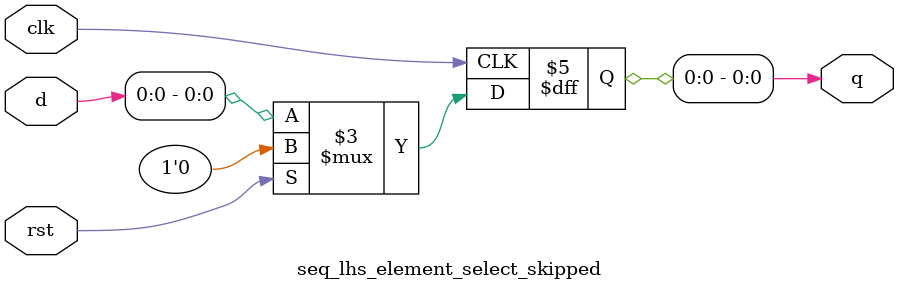
<source format=sv>

module seq_lhs_element_select_skipped(
  input logic clk,
  input logic rst,
  input logic [7:0] d,
  output logic [7:0] q
);
  // Element-select LHS is currently not matched by sameLhs in sequential extraction.
  always_ff @(posedge clk) begin
    if (rst) q[0] <= 1'b0;
    else q[0] <= d[0];
  end
endmodule

</source>
